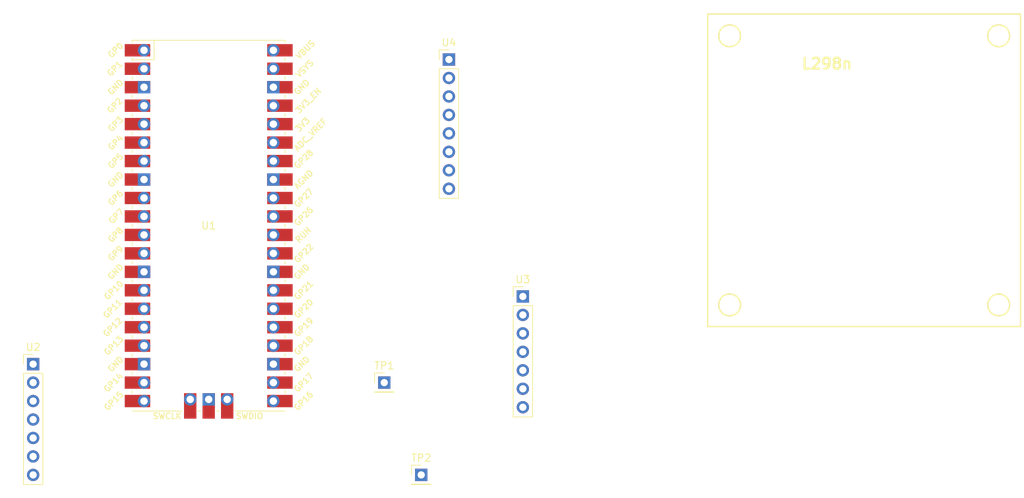
<source format=kicad_pcb>
(kicad_pcb (version 20240108) (generator "pcbnew") (generator_version "8.0")
  (layers (0 "F.Cu" signal) (31 "B.Cu" signal) (34 "B.Paste" user) (35 "F.Paste" user) (36 "B.SilkS" user "B.Silkscreen") (37 "F.SilkS" user "F.Silkscreen") (38 "B.Mask" user) (39 "F.Mask" user) (44 "Edge.Cuts" user))
  (net 0 "")
  (net 1 "GND")
  (net 2 "+3.3V")
  (net 5 "GP10")
  (net 8 "GP14")
  (net 9 "GP6")
  (net 11 "GP5")
  (net 17 "GP15")
  (net 18 "GP21")
  (net 19 "GP20")
  (net 20 "GP18")
  (net 21 "GP16")
  (net 24 "GP19")
  (net 26 "GP7")
  (net 32 "GP3")
  (net 35 "GP13")
  (net 38 "GP2")
  (footprint "Connector_PinHeader_2.54mm:PinHeader_1x01_P2.54mm_Vertical" (layer "F.Cu") (at 72.39 72.39)
    (property "Reference" "TP1" (at 0 -2.33 0) (layer "F.SilkS"))
    (property "Value" "TestPoint")
    (fp_line (start -1.33 -1.33) (end 0 -1.33) (stroke (width 0.12)) (layer "F.SilkS"))
    (fp_line (start -1.33 0) (end -1.33 -1.33) (stroke (width 0.12)) (layer "F.SilkS"))
    (fp_line (start -1.33 1.27) (end -1.33 1.33) (stroke (width 0.12)) (layer "F.SilkS"))
    (fp_line (start -1.33 1.27) (end 1.33 1.27) (stroke (width 0.12)) (layer "F.SilkS"))
    (fp_line (start -1.33 1.33) (end 1.33 1.33) (stroke (width 0.12)) (layer "F.SilkS"))
    (fp_line (start 1.33 1.27) (end 1.33 1.33) (stroke (width 0.12)) (layer "F.SilkS"))
    (pad "1" thru_hole rect (at 0 0) (size 1.7 1.7) (drill 1) (layers "*.Cu" "*.Mask") (net 1 "GND"))
  )
  (footprint "Connector_PinHeader_2.54mm:PinHeader_1x07_P2.54mm_Vertical" (layer "F.Cu") (at 91.44 60.54)
    (property "Reference" "U3" (at 0 -2.33 0) (layer "F.SilkS"))
    (property "Value" "OLED Driver")
    (fp_line (start -1.33 -1.33) (end 0 -1.33) (stroke (width 0.12)) (layer "F.SilkS"))
    (fp_line (start -1.33 0) (end -1.33 -1.33) (stroke (width 0.12)) (layer "F.SilkS"))
    (fp_line (start -1.33 1.27) (end -1.33 16.57) (stroke (width 0.12)) (layer "F.SilkS"))
    (fp_line (start -1.33 1.27) (end 1.33 1.27) (stroke (width 0.12)) (layer "F.SilkS"))
    (fp_line (start -1.33 16.57) (end 1.33 16.57) (stroke (width 0.12)) (layer "F.SilkS"))
    (fp_line (start 1.33 1.27) (end 1.33 16.57) (stroke (width 0.12)) (layer "F.SilkS"))
    (pad "1" thru_hole rect (at 0 0) (size 1.7 1.7) (drill 1) (layers "*.Cu" "*.Mask") (net 2 "+3.3V"))
    (pad "2" thru_hole oval (at 0 2.54) (size 1.7 1.7) (drill 1) (layers "*.Cu" "*.Mask") (net 1 "GND"))
    (pad "3" thru_hole oval (at 0 5.08) (size 1.7 1.7) (drill 1) (layers "*.Cu" "*.Mask") (net 32 "GP3"))
    (pad "4" thru_hole oval (at 0 7.62) (size 1.7 1.7) (drill 1) (layers "*.Cu" "*.Mask") (net 38 "GP2"))
    (pad "5" thru_hole oval (at 0 10.16) (size 1.7 1.7) (drill 1) (layers "*.Cu" "*.Mask") (net 11 "GP5"))
    (pad "6" thru_hole oval (at 0 12.7) (size 1.7 1.7) (drill 1) (layers "*.Cu" "*.Mask") (net 26 "GP7"))
    (pad "7" thru_hole oval (at 0 15.24) (size 1.7 1.7) (drill 1) (layers "*.Cu" "*.Mask") (net 9 "GP6"))
  )
  (footprint "Connector_PinHeader_2.54mm:PinHeader_1x08_P2.54mm_Vertical" (layer "F.Cu") (at 81.28 27.94)
    (property "Reference" "U4" (at 0 -2.33 0) (layer "F.SilkS"))
    (property "Value" "Camera")
    (fp_line (start -1.33 -1.33) (end 0 -1.33) (stroke (width 0.12)) (layer "F.SilkS"))
    (fp_line (start -1.33 0) (end -1.33 -1.33) (stroke (width 0.12)) (layer "F.SilkS"))
    (fp_line (start -1.33 1.27) (end -1.33 19.11) (stroke (width 0.12)) (layer "F.SilkS"))
    (fp_line (start -1.33 1.27) (end 1.33 1.27) (stroke (width 0.12)) (layer "F.SilkS"))
    (fp_line (start -1.33 19.11) (end 1.33 19.11) (stroke (width 0.12)) (layer "F.SilkS"))
    (fp_line (start 1.33 1.27) (end 1.33 19.11) (stroke (width 0.12)) (layer "F.SilkS"))
    (pad "1" thru_hole rect (at 0 0) (size 1.7 1.7) (drill 1) (layers "*.Cu" "*.Mask") (net 2 "+3.3V"))
    (pad "2" thru_hole oval (at 0 2.54) (size 1.7 1.7) (drill 1) (layers "*.Cu" "*.Mask") (net 18 "GP21"))
    (pad "3" thru_hole oval (at 0 5.08) (size 1.7 1.7) (drill 1) (layers "*.Cu" "*.Mask") (net 19 "GP20"))
    (pad "4" thru_hole oval (at 0 7.62) (size 1.7 1.7) (drill 1) (layers "*.Cu" "*.Mask") (net 21 "GP16"))
    (pad "5" thru_hole oval (at 0 10.16) (size 1.7 1.7) (drill 1) (layers "*.Cu" "*.Mask") (net 24 "GP19"))
    (pad "6" thru_hole oval (at 0 12.7) (size 1.7 1.7) (drill 1) (layers "*.Cu" "*.Mask") (net 20 "GP18"))
    (pad "7" thru_hole oval (at 0 15.24) (size 1.7 1.7) (drill 1) (layers "*.Cu" "*.Mask") (net 5 "GP10"))
    (pad "8" thru_hole oval (at 0 17.78) (size 1.7 1.7) (drill 1) (layers "*.Cu" "*.Mask") (net 1 "GND"))
  )
  (footprint "Connector_PinHeader_2.54mm:PinHeader_1x01_P2.54mm_Vertical" (layer "F.Cu") (at 77.47 85.09)
    (property "Reference" "TP2" (at 0 -2.33 0) (layer "F.SilkS"))
    (property "Value" "TestPoint")
    (fp_line (start -1.33 -1.33) (end 0 -1.33) (stroke (width 0.12)) (layer "F.SilkS"))
    (fp_line (start -1.33 0) (end -1.33 -1.33) (stroke (width 0.12)) (layer "F.SilkS"))
    (fp_line (start -1.33 1.27) (end -1.33 1.33) (stroke (width 0.12)) (layer "F.SilkS"))
    (fp_line (start -1.33 1.27) (end 1.33 1.27) (stroke (width 0.12)) (layer "F.SilkS"))
    (fp_line (start -1.33 1.33) (end 1.33 1.33) (stroke (width 0.12)) (layer "F.SilkS"))
    (fp_line (start 1.33 1.27) (end 1.33 1.33) (stroke (width 0.12)) (layer "F.SilkS"))
    (pad "1" thru_hole rect (at 0 0) (size 1.7 1.7) (drill 1) (layers "*.Cu" "*.Mask") (net 2 "+3.3V"))
  )
  (footprint "MCU_RaspberryPi_and_Boards:RPi_Pico_SMD_TH" (layer "F.Cu") (at 48.26 50.8)
    (property "Reference" "U1" (at 0 0 0) (layer "F.SilkS"))
    (property "Value" "Pico")
    (fp_line (start -10.5 -25.5) (end -10.5 -25.2) (stroke (width 0.12)) (layer "F.SilkS"))
    (fp_line (start -10.5 -25.5) (end 10.5 -25.5) (stroke (width 0.12)) (layer "F.SilkS"))
    (fp_line (start -10.5 -23.1) (end -10.5 -22.7) (stroke (width 0.12)) (layer "F.SilkS"))
    (fp_line (start -10.5 -22.833) (end -7.493 -22.833) (stroke (width 0.12)) (layer "F.SilkS"))
    (fp_line (start -10.5 -20.5) (end -10.5 -20.1) (stroke (width 0.12)) (layer "F.SilkS"))
    (fp_line (start -10.5 -18) (end -10.5 -17.6) (stroke (width 0.12)) (layer "F.SilkS"))
    (fp_line (start -10.5 -15.4) (end -10.5 -15) (stroke (width 0.12)) (layer "F.SilkS"))
    (fp_line (start -10.5 -12.9) (end -10.5 -12.5) (stroke (width 0.12)) (layer "F.SilkS"))
    (fp_line (start -10.5 -10.4) (end -10.5 -10) (stroke (width 0.12)) (layer "F.SilkS"))
    (fp_line (start -10.5 -7.8) (end -10.5 -7.4) (stroke (width 0.12)) (layer "F.SilkS"))
    (fp_line (start -10.5 -5.3) (end -10.5 -4.9) (stroke (width 0.12)) (layer "F.SilkS"))
    (fp_line (start -10.5 -2.7) (end -10.5 -2.3) (stroke (width 0.12)) (layer "F.SilkS"))
    (fp_line (start -10.5 -0.2) (end -10.5 0.2) (stroke (width 0.12)) (layer "F.SilkS"))
    (fp_line (start -10.5 2.3) (end -10.5 2.7) (stroke (width 0.12)) (layer "F.SilkS"))
    (fp_line (start -10.5 4.9) (end -10.5 5.3) (stroke (width 0.12)) (layer "F.SilkS"))
    (fp_line (start -10.5 7.4) (end -10.5 7.8) (stroke (width 0.12)) (layer "F.SilkS"))
    (fp_line (start -10.5 10) (end -10.5 10.4) (stroke (width 0.12)) (layer "F.SilkS"))
    (fp_line (start -10.5 12.5) (end -10.5 12.9) (stroke (width 0.12)) (layer "F.SilkS"))
    (fp_line (start -10.5 15.1) (end -10.5 15.5) (stroke (width 0.12)) (layer "F.SilkS"))
    (fp_line (start -10.5 17.6) (end -10.5 18) (stroke (width 0.12)) (layer "F.SilkS"))
    (fp_line (start -10.5 20.1) (end -10.5 20.5) (stroke (width 0.12)) (layer "F.SilkS"))
    (fp_line (start -10.5 22.7) (end -10.5 23.1) (stroke (width 0.12)) (layer "F.SilkS"))
    (fp_line (start -7.493 -22.833) (end -7.493 -25.5) (stroke (width 0.12)) (layer "F.SilkS"))
    (fp_line (start -3.7 25.5) (end -10.5 25.5) (stroke (width 0.12)) (layer "F.SilkS"))
    (fp_line (start -1.5 25.5) (end -1.1 25.5) (stroke (width 0.12)) (layer "F.SilkS"))
    (fp_line (start 1.1 25.5) (end 1.5 25.5) (stroke (width 0.12)) (layer "F.SilkS"))
    (fp_line (start 10.5 -25.5) (end 10.5 -25.2) (stroke (width 0.12)) (layer "F.SilkS"))
    (fp_line (start 10.5 -23.1) (end 10.5 -22.7) (stroke (width 0.12)) (layer "F.SilkS"))
    (fp_line (start 10.5 -20.5) (end 10.5 -20.1) (stroke (width 0.12)) (layer "F.SilkS"))
    (fp_line (start 10.5 -18) (end 10.5 -17.6) (stroke (width 0.12)) (layer "F.SilkS"))
    (fp_line (start 10.5 -15.4) (end 10.5 -15) (stroke (width 0.12)) (layer "F.SilkS"))
    (fp_line (start 10.5 -12.9) (end 10.5 -12.5) (stroke (width 0.12)) (layer "F.SilkS"))
    (fp_line (start 10.5 -10.4) (end 10.5 -10) (stroke (width 0.12)) (layer "F.SilkS"))
    (fp_line (start 10.5 -7.8) (end 10.5 -7.4) (stroke (width 0.12)) (layer "F.SilkS"))
    (fp_line (start 10.5 -5.3) (end 10.5 -4.9) (stroke (width 0.12)) (layer "F.SilkS"))
    (fp_line (start 10.5 -2.7) (end 10.5 -2.3) (stroke (width 0.12)) (layer "F.SilkS"))
    (fp_line (start 10.5 -0.2) (end 10.5 0.2) (stroke (width 0.12)) (layer "F.SilkS"))
    (fp_line (start 10.5 2.3) (end 10.5 2.7) (stroke (width 0.12)) (layer "F.SilkS"))
    (fp_line (start 10.5 4.9) (end 10.5 5.3) (stroke (width 0.12)) (layer "F.SilkS"))
    (fp_line (start 10.5 7.4) (end 10.5 7.8) (stroke (width 0.12)) (layer "F.SilkS"))
    (fp_line (start 10.5 10) (end 10.5 10.4) (stroke (width 0.12)) (layer "F.SilkS"))
    (fp_line (start 10.5 12.5) (end 10.5 12.9) (stroke (width 0.12)) (layer "F.SilkS"))
    (fp_line (start 10.5 15.1) (end 10.5 15.5) (stroke (width 0.12)) (layer "F.SilkS"))
    (fp_line (start 10.5 17.6) (end 10.5 18) (stroke (width 0.12)) (layer "F.SilkS"))
    (fp_line (start 10.5 20.1) (end 10.5 20.5) (stroke (width 0.12)) (layer "F.SilkS"))
    (fp_line (start 10.5 22.7) (end 10.5 23.1) (stroke (width 0.12)) (layer "F.SilkS"))
    (fp_line (start 10.5 25.5) (end 3.7 25.5) (stroke (width 0.12)) (layer "F.SilkS"))
    (fp_text user "GP21" (at 13.054 8.9 45) (layer "F.SilkS") (effects (font (size 0.8 0.8))))
    (fp_text user "VBUS" (at 13.3 -24.2 45) (layer "F.SilkS") (effects (font (size 0.8 0.8))))
    (fp_text user "GP28" (at 13.054 -9.144 45) (layer "F.SilkS") (effects (font (size 0.8 0.8))))
    (fp_text user "GP18" (at 13.054 16.51 45) (layer "F.SilkS") (effects (font (size 0.8 0.8))))
    (fp_text user "GP14" (at -13.1 21.59 45) (layer "F.SilkS") (effects (font (size 0.8 0.8))))
    (fp_text user "GP15" (at -13.054 24.13 45) (layer "F.SilkS") (effects (font (size 0.8 0.8))))
    (fp_text user "AGND" (at 13.054 -6.35 45) (layer "F.SilkS") (effects (font (size 0.8 0.8))))
    (fp_text user "RUN" (at 13 1.27 45) (layer "F.SilkS") (effects (font (size 0.8 0.8))))
    (fp_text user "3V3" (at 12.9 -13.9 45) (layer "F.SilkS") (effects (font (size 0.8 0.8))))
    (fp_text user "SWDIO" (at 5.6 26.2 0) (layer "F.SilkS") (effects (font (size 0.8 0.8))))
    (fp_text user "GP6" (at -12.8 -3.81 45) (layer "F.SilkS") (effects (font (size 0.8 0.8))))
    (fp_text user "GP27" (at 13.054 -3.8 45) (layer "F.SilkS") (effects (font (size 0.8 0.8))))
    (fp_text user "SWCLK" (at -5.7 26.2 0) (layer "F.SilkS") (effects (font (size 0.8 0.8))))
    (fp_text user "GND" (at -12.8 -6.35 45) (layer "F.SilkS") (effects (font (size 0.8 0.8))))
    (fp_text user "GP7" (at -12.7 -1.3 45) (layer "F.SilkS") (effects (font (size 0.8 0.8))))
    (fp_text user "GND" (at 12.8 6.35 45) (layer "F.SilkS") (effects (font (size 0.8 0.8))))
    (fp_text user "GP5" (at -12.8 -8.89 45) (layer "F.SilkS") (effects (font (size 0.8 0.8))))
    (fp_text user "ADC_VREF" (at 14 -12.5 45) (layer "F.SilkS") (effects (font (size 0.8 0.8))))
    (fp_text user "GP20" (at 13.054 11.43 45) (layer "F.SilkS") (effects (font (size 0.8 0.8))))
    (fp_text user "GND" (at -12.8 19.05 45) (layer "F.SilkS") (effects (font (size 0.8 0.8))))
    (fp_text user "GP17" (at 13.054 21.59 45) (layer "F.SilkS") (effects (font (size 0.8 0.8))))
    (fp_text user "3V3_EN" (at 13.7 -17.2 45) (layer "F.SilkS") (effects (font (size 0.8 0.8))))
    (fp_text user "GP4" (at -12.8 -11.43 45) (layer "F.SilkS") (effects (font (size 0.8 0.8))))
    (fp_text user "GP2" (at -12.9 -16.51 45) (layer "F.SilkS") (effects (font (size 0.8 0.8))))
    (fp_text user "GP10" (at -13.054 8.89 45) (layer "F.SilkS") (effects (font (size 0.8 0.8))))
    (fp_text user "GP19" (at 13.054 13.97 45) (layer "F.SilkS") (effects (font (size 0.8 0.8))))
    (fp_text user "GP13" (at -13.054 16.51 45) (layer "F.SilkS") (effects (font (size 0.8 0.8))))
    (fp_text user "GP8" (at -12.8 1.27 45) (layer "F.SilkS") (effects (font (size 0.8 0.8))))
    (fp_text user "GND" (at 12.8 -19.05 45) (layer "F.SilkS") (effects (font (size 0.8 0.8))))
    (fp_text user "GP0" (at -12.8 -24.13 45) (layer "F.SilkS") (effects (font (size 0.8 0.8))))
    (fp_text user "GP12" (at -13.2 13.97 45) (layer "F.SilkS") (effects (font (size 0.8 0.8))))
    (fp_text user "VSYS" (at 13.2 -21.59 45) (layer "F.SilkS") (effects (font (size 0.8 0.8))))
    (fp_text user "GND" (at -12.8 6.35 45) (layer "F.SilkS") (effects (font (size 0.8 0.8))))
    (fp_text user "GND" (at -12.8 -19.05 45) (layer "F.SilkS") (effects (font (size 0.8 0.8))))
    (fp_text user "GND" (at 12.8 19.05 45) (layer "F.SilkS") (effects (font (size 0.8 0.8))))
    (fp_text user "GP16" (at 13.054 24.13 45) (layer "F.SilkS") (effects (font (size 0.8 0.8))))
    (fp_text user "GP22" (at 13.054 3.81 45) (layer "F.SilkS") (effects (font (size 0.8 0.8))))
    (fp_text user "GP1" (at -12.9 -21.6 45) (layer "F.SilkS") (effects (font (size 0.8 0.8))))
    (fp_text user "GP3" (at -12.8 -13.97 45) (layer "F.SilkS") (effects (font (size 0.8 0.8))))
    (fp_text user "GP11" (at -13.2 11.43 45) (layer "F.SilkS") (effects (font (size 0.8 0.8))))
    (fp_text user "GP9" (at -12.8 3.81 45) (layer "F.SilkS") (effects (font (size 0.8 0.8))))
    (fp_text user "GP26" (at 13.054 -1.27 45) (layer "F.SilkS") (effects (font (size 0.8 0.8))))
    (pad "" np_thru_hole oval (at -2.725 -24) (size 1.8 1.8) (drill 1.8) (layers "*.Cu" "*.Mask"))
    (pad "" np_thru_hole oval (at -2.425 -20.97) (size 1.5 1.5) (drill 1.5) (layers "*.Cu" "*.Mask"))
    (pad "" np_thru_hole oval (at 2.425 -20.97) (size 1.5 1.5) (drill 1.5) (layers "*.Cu" "*.Mask"))
    (pad "" np_thru_hole oval (at 2.725 -24) (size 1.8 1.8) (drill 1.8) (layers "*.Cu" "*.Mask"))
    (pad "1" thru_hole oval (at -8.89 -24.13) (size 1.7 1.7) (drill 1.02) (layers "*.Cu" "*.Mask"))
    (pad "1" smd rect (at -8.89 -24.13) (size 3.5 1.7) (drill (offset -0.9 0)) (layers "F.Cu" "F.Mask"))
    (pad "2" thru_hole oval (at -8.89 -21.59) (size 1.7 1.7) (drill 1.02) (layers "*.Cu" "*.Mask"))
    (pad "2" smd rect (at -8.89 -21.59) (size 3.5 1.7) (drill (offset -0.9 0)) (layers "F.Cu" "F.Mask"))
    (pad "3" thru_hole rect (at -8.89 -19.05) (size 1.7 1.7) (drill 1.02) (layers "*.Cu" "*.Mask") (net 1 "GND"))
    (pad "3" smd rect (at -8.89 -19.05) (size 3.5 1.7) (drill (offset -0.9 0)) (layers "F.Cu" "F.Mask") (net 1 "GND"))
    (pad "4" thru_hole oval (at -8.89 -16.51) (size 1.7 1.7) (drill 1.02) (layers "*.Cu" "*.Mask") (net 38 "GP2"))
    (pad "4" smd rect (at -8.89 -16.51) (size 3.5 1.7) (drill (offset -0.9 0)) (layers "F.Cu" "F.Mask") (net 38 "GP2"))
    (pad "5" thru_hole oval (at -8.89 -13.97) (size 1.7 1.7) (drill 1.02) (layers "*.Cu" "*.Mask") (net 32 "GP3"))
    (pad "5" smd rect (at -8.89 -13.97) (size 3.5 1.7) (drill (offset -0.9 0)) (layers "F.Cu" "F.Mask") (net 32 "GP3"))
    (pad "6" thru_hole oval (at -8.89 -11.43) (size 1.7 1.7) (drill 1.02) (layers "*.Cu" "*.Mask"))
    (pad "6" smd rect (at -8.89 -11.43) (size 3.5 1.7) (drill (offset -0.9 0)) (layers "F.Cu" "F.Mask"))
    (pad "7" thru_hole oval (at -8.89 -8.89) (size 1.7 1.7) (drill 1.02) (layers "*.Cu" "*.Mask") (net 11 "GP5"))
    (pad "7" smd rect (at -8.89 -8.89) (size 3.5 1.7) (drill (offset -0.9 0)) (layers "F.Cu" "F.Mask") (net 11 "GP5"))
    (pad "8" thru_hole rect (at -8.89 -6.35) (size 1.7 1.7) (drill 1.02) (layers "*.Cu" "*.Mask") (net 1 "GND"))
    (pad "8" smd rect (at -8.89 -6.35) (size 3.5 1.7) (drill (offset -0.9 0)) (layers "F.Cu" "F.Mask") (net 1 "GND"))
    (pad "9" thru_hole oval (at -8.89 -3.81) (size 1.7 1.7) (drill 1.02) (layers "*.Cu" "*.Mask") (net 9 "GP6"))
    (pad "9" smd rect (at -8.89 -3.81) (size 3.5 1.7) (drill (offset -0.9 0)) (layers "F.Cu" "F.Mask") (net 9 "GP6"))
    (pad "10" thru_hole oval (at -8.89 -1.27) (size 1.7 1.7) (drill 1.02) (layers "*.Cu" "*.Mask") (net 26 "GP7"))
    (pad "10" smd rect (at -8.89 -1.27) (size 3.5 1.7) (drill (offset -0.9 0)) (layers "F.Cu" "F.Mask") (net 26 "GP7"))
    (pad "11" thru_hole oval (at -8.89 1.27) (size 1.7 1.7) (drill 1.02) (layers "*.Cu" "*.Mask"))
    (pad "11" smd rect (at -8.89 1.27) (size 3.5 1.7) (drill (offset -0.9 0)) (layers "F.Cu" "F.Mask"))
    (pad "12" thru_hole oval (at -8.89 3.81) (size 1.7 1.7) (drill 1.02) (layers "*.Cu" "*.Mask"))
    (pad "12" smd rect (at -8.89 3.81) (size 3.5 1.7) (drill (offset -0.9 0)) (layers "F.Cu" "F.Mask"))
    (pad "13" thru_hole rect (at -8.89 6.35) (size 1.7 1.7) (drill 1.02) (layers "*.Cu" "*.Mask") (net 1 "GND"))
    (pad "13" smd rect (at -8.89 6.35) (size 3.5 1.7) (drill (offset -0.9 0)) (layers "F.Cu" "F.Mask") (net 1 "GND"))
    (pad "14" thru_hole oval (at -8.89 8.89) (size 1.7 1.7) (drill 1.02) (layers "*.Cu" "*.Mask") (net 5 "GP10"))
    (pad "14" smd rect (at -8.89 8.89) (size 3.5 1.7) (drill (offset -0.9 0)) (layers "F.Cu" "F.Mask") (net 5 "GP10"))
    (pad "15" thru_hole oval (at -8.89 11.43) (size 1.7 1.7) (drill 1.02) (layers "*.Cu" "*.Mask"))
    (pad "15" smd rect (at -8.89 11.43) (size 3.5 1.7) (drill (offset -0.9 0)) (layers "F.Cu" "F.Mask"))
    (pad "16" thru_hole oval (at -8.89 13.97) (size 1.7 1.7) (drill 1.02) (layers "*.Cu" "*.Mask"))
    (pad "16" smd rect (at -8.89 13.97) (size 3.5 1.7) (drill (offset -0.9 0)) (layers "F.Cu" "F.Mask"))
    (pad "17" thru_hole oval (at -8.89 16.51) (size 1.7 1.7) (drill 1.02) (layers "*.Cu" "*.Mask") (net 35 "GP13"))
    (pad "17" smd rect (at -8.89 16.51) (size 3.5 1.7) (drill (offset -0.9 0)) (layers "F.Cu" "F.Mask") (net 35 "GP13"))
    (pad "18" thru_hole rect (at -8.89 19.05) (size 1.7 1.7) (drill 1.02) (layers "*.Cu" "*.Mask") (net 1 "GND"))
    (pad "18" smd rect (at -8.89 19.05) (size 3.5 1.7) (drill (offset -0.9 0)) (layers "F.Cu" "F.Mask") (net 1 "GND"))
    (pad "19" thru_hole oval (at -8.89 21.59) (size 1.7 1.7) (drill 1.02) (layers "*.Cu" "*.Mask") (net 8 "GP14"))
    (pad "19" smd rect (at -8.89 21.59) (size 3.5 1.7) (drill (offset -0.9 0)) (layers "F.Cu" "F.Mask") (net 8 "GP14"))
    (pad "20" thru_hole oval (at -8.89 24.13) (size 1.7 1.7) (drill 1.02) (layers "*.Cu" "*.Mask") (net 17 "GP15"))
    (pad "20" smd rect (at -8.89 24.13) (size 3.5 1.7) (drill (offset -0.9 0)) (layers "F.Cu" "F.Mask") (net 17 "GP15"))
    (pad "21" thru_hole oval (at 8.89 24.13) (size 1.7 1.7) (drill 1.02) (layers "*.Cu" "*.Mask") (net 21 "GP16"))
    (pad "21" smd rect (at 8.89 24.13) (size 3.5 1.7) (drill (offset 0.9 0)) (layers "F.Cu" "F.Mask") (net 21 "GP16"))
    (pad "22" thru_hole oval (at 8.89 21.59) (size 1.7 1.7) (drill 1.02) (layers "*.Cu" "*.Mask"))
    (pad "22" smd rect (at 8.89 21.59) (size 3.5 1.7) (drill (offset 0.9 0)) (layers "F.Cu" "F.Mask"))
    (pad "23" thru_hole rect (at 8.89 19.05) (size 1.7 1.7) (drill 1.02) (layers "*.Cu" "*.Mask") (net 1 "GND"))
    (pad "23" smd rect (at 8.89 19.05) (size 3.5 1.7) (drill (offset 0.9 0)) (layers "F.Cu" "F.Mask") (net 1 "GND"))
    (pad "24" thru_hole oval (at 8.89 16.51) (size 1.7 1.7) (drill 1.02) (layers "*.Cu" "*.Mask") (net 20 "GP18"))
    (pad "24" smd rect (at 8.89 16.51) (size 3.5 1.7) (drill (offset 0.9 0)) (layers "F.Cu" "F.Mask") (net 20 "GP18"))
    (pad "25" thru_hole oval (at 8.89 13.97) (size 1.7 1.7) (drill 1.02) (layers "*.Cu" "*.Mask") (net 24 "GP19"))
    (pad "25" smd rect (at 8.89 13.97) (size 3.5 1.7) (drill (offset 0.9 0)) (layers "F.Cu" "F.Mask") (net 24 "GP19"))
    (pad "26" thru_hole oval (at 8.89 11.43) (size 1.7 1.7) (drill 1.02) (layers "*.Cu" "*.Mask") (net 19 "GP20"))
    (pad "26" smd rect (at 8.89 11.43) (size 3.5 1.7) (drill (offset 0.9 0)) (layers "F.Cu" "F.Mask") (net 19 "GP20"))
    (pad "27" thru_hole oval (at 8.89 8.89) (size 1.7 1.7) (drill 1.02) (layers "*.Cu" "*.Mask") (net 18 "GP21"))
    (pad "27" smd rect (at 8.89 8.89) (size 3.5 1.7) (drill (offset 0.9 0)) (layers "F.Cu" "F.Mask") (net 18 "GP21"))
    (pad "28" thru_hole rect (at 8.89 6.35) (size 1.7 1.7) (drill 1.02) (layers "*.Cu" "*.Mask") (net 1 "GND"))
    (pad "28" smd rect (at 8.89 6.35) (size 3.5 1.7) (drill (offset 0.9 0)) (layers "F.Cu" "F.Mask") (net 1 "GND"))
    (pad "29" thru_hole oval (at 8.89 3.81) (size 1.7 1.7) (drill 1.02) (layers "*.Cu" "*.Mask"))
    (pad "29" smd rect (at 8.89 3.81) (size 3.5 1.7) (drill (offset 0.9 0)) (layers "F.Cu" "F.Mask"))
    (pad "30" thru_hole oval (at 8.89 1.27) (size 1.7 1.7) (drill 1.02) (layers "*.Cu" "*.Mask"))
    (pad "30" smd rect (at 8.89 1.27) (size 3.5 1.7) (drill (offset 0.9 0)) (layers "F.Cu" "F.Mask"))
    (pad "31" thru_hole oval (at 8.89 -1.27) (size 1.7 1.7) (drill 1.02) (layers "*.Cu" "*.Mask"))
    (pad "31" smd rect (at 8.89 -1.27) (size 3.5 1.7) (drill (offset 0.9 0)) (layers "F.Cu" "F.Mask"))
    (pad "32" thru_hole oval (at 8.89 -3.81) (size 1.7 1.7) (drill 1.02) (layers "*.Cu" "*.Mask"))
    (pad "32" smd rect (at 8.89 -3.81) (size 3.5 1.7) (drill (offset 0.9 0)) (layers "F.Cu" "F.Mask"))
    (pad "33" thru_hole rect (at 8.89 -6.35) (size 1.7 1.7) (drill 1.02) (layers "*.Cu" "*.Mask") (net 1 "GND"))
    (pad "33" smd rect (at 8.89 -6.35) (size 3.5 1.7) (drill (offset 0.9 0)) (layers "F.Cu" "F.Mask") (net 1 "GND"))
    (pad "34" thru_hole oval (at 8.89 -8.89) (size 1.7 1.7) (drill 1.02) (layers "*.Cu" "*.Mask"))
    (pad "34" smd rect (at 8.89 -8.89) (size 3.5 1.7) (drill (offset 0.9 0)) (layers "F.Cu" "F.Mask"))
    (pad "35" thru_hole oval (at 8.89 -11.43) (size 1.7 1.7) (drill 1.02) (layers "*.Cu" "*.Mask"))
    (pad "35" smd rect (at 8.89 -11.43) (size 3.5 1.7) (drill (offset 0.9 0)) (layers "F.Cu" "F.Mask"))
    (pad "36" thru_hole oval (at 8.89 -13.97) (size 1.7 1.7) (drill 1.02) (layers "*.Cu" "*.Mask") (net 2 "+3.3V"))
    (pad "36" smd rect (at 8.89 -13.97) (size 3.5 1.7) (drill (offset 0.9 0)) (layers "F.Cu" "F.Mask") (net 2 "+3.3V"))
    (pad "37" thru_hole oval (at 8.89 -16.51) (size 1.7 1.7) (drill 1.02) (layers "*.Cu" "*.Mask"))
    (pad "37" smd rect (at 8.89 -16.51) (size 3.5 1.7) (drill (offset 0.9 0)) (layers "F.Cu" "F.Mask"))
    (pad "38" thru_hole rect (at 8.89 -19.05) (size 1.7 1.7) (drill 1.02) (layers "*.Cu" "*.Mask") (net 1 "GND"))
    (pad "38" smd rect (at 8.89 -19.05) (size 3.5 1.7) (drill (offset 0.9 0)) (layers "F.Cu" "F.Mask") (net 1 "GND"))
    (pad "39" thru_hole oval (at 8.89 -21.59) (size 1.7 1.7) (drill 1.02) (layers "*.Cu" "*.Mask"))
    (pad "39" smd rect (at 8.89 -21.59) (size 3.5 1.7) (drill (offset 0.9 0)) (layers "F.Cu" "F.Mask"))
    (pad "40" thru_hole oval (at 8.89 -24.13) (size 1.7 1.7) (drill 1.02) (layers "*.Cu" "*.Mask"))
    (pad "40" smd rect (at 8.89 -24.13) (size 3.5 1.7) (drill (offset 0.9 0)) (layers "F.Cu" "F.Mask"))
    (pad "41" thru_hole oval (at -2.54 23.9) (size 1.7 1.7) (drill 1.02) (layers "*.Cu" "*.Mask"))
    (pad "41" smd rect (at -2.54 23.9 90) (size 3.5 1.7) (drill (offset -0.9 0)) (layers "F.Cu" "F.Mask"))
    (pad "42" thru_hole rect (at 0 23.9) (size 1.7 1.7) (drill 1.02) (layers "*.Cu" "*.Mask") (net 1 "GND"))
    (pad "42" smd rect (at 0 23.9 90) (size 3.5 1.7) (drill (offset -0.9 0)) (layers "F.Cu" "F.Mask") (net 1 "GND"))
    (pad "43" thru_hole oval (at 2.54 23.9) (size 1.7 1.7) (drill 1.02) (layers "*.Cu" "*.Mask"))
    (pad "43" smd rect (at 2.54 23.9 90) (size 3.5 1.7) (drill (offset -0.9 0)) (layers "F.Cu" "F.Mask"))
  )
  (footprint "Connector_PinHeader_2.54mm:PinHeader_1x07_P2.54mm_Vertical" (layer "F.Cu") (at 24.13 69.85)
    (property "Reference" "U2" (at 0 -2.33 0) (layer "F.SilkS"))
    (property "Value" "OLED Driver")
    (fp_line (start -1.33 -1.33) (end 0 -1.33) (stroke (width 0.12)) (layer "F.SilkS"))
    (fp_line (start -1.33 0) (end -1.33 -1.33) (stroke (width 0.12)) (layer "F.SilkS"))
    (fp_line (start -1.33 1.27) (end -1.33 16.57) (stroke (width 0.12)) (layer "F.SilkS"))
    (fp_line (start -1.33 1.27) (end 1.33 1.27) (stroke (width 0.12)) (layer "F.SilkS"))
    (fp_line (start -1.33 16.57) (end 1.33 16.57) (stroke (width 0.12)) (layer "F.SilkS"))
    (fp_line (start 1.33 1.27) (end 1.33 16.57) (stroke (width 0.12)) (layer "F.SilkS"))
    (pad "1" thru_hole rect (at 0 0) (size 1.7 1.7) (drill 1) (layers "*.Cu" "*.Mask") (net 2 "+3.3V"))
    (pad "2" thru_hole oval (at 0 2.54) (size 1.7 1.7) (drill 1) (layers "*.Cu" "*.Mask") (net 1 "GND"))
    (pad "3" thru_hole oval (at 0 5.08) (size 1.7 1.7) (drill 1) (layers "*.Cu" "*.Mask") (net 32 "GP3"))
    (pad "4" thru_hole oval (at 0 7.62) (size 1.7 1.7) (drill 1) (layers "*.Cu" "*.Mask") (net 38 "GP2"))
    (pad "5" thru_hole oval (at 0 10.16) (size 1.7 1.7) (drill 1) (layers "*.Cu" "*.Mask") (net 35 "GP13"))
    (pad "6" thru_hole oval (at 0 12.7) (size 1.7 1.7) (drill 1) (layers "*.Cu" "*.Mask") (net 17 "GP15"))
    (pad "7" thru_hole oval (at 0 15.24) (size 1.7 1.7) (drill 1) (layers "*.Cu" "*.Mask") (net 8 "GP14"))
  )
  (gr_circle (center 119.86 61.7) (end 121.36 61.7) (stroke (width 0.2)) (fill none) (layer "F.SilkS"))
  (gr_circle (center 119.86 24.68) (end 121.36 24.68) (stroke (width 0.2)) (fill none) (layer "F.SilkS"))
  (gr_circle (center 156.84 61.7) (end 158.34 61.7) (stroke (width 0.2)) (fill none) (layer "F.SilkS"))
  (gr_circle (center 156.84 24.68) (end 158.34 24.68) (stroke (width 0.2)) (fill none) (layer "F.SilkS"))
  (gr_text_box "\n\n		L298n" (start 116.84 21.68) (end 159.84 64.68) (layer "F.SilkS") (effects (font (size 1.5 1.5) (thickness 0.3) (bold yes)) (justify left top)) (border yes) (stroke (width 0.2)))
)
</source>
